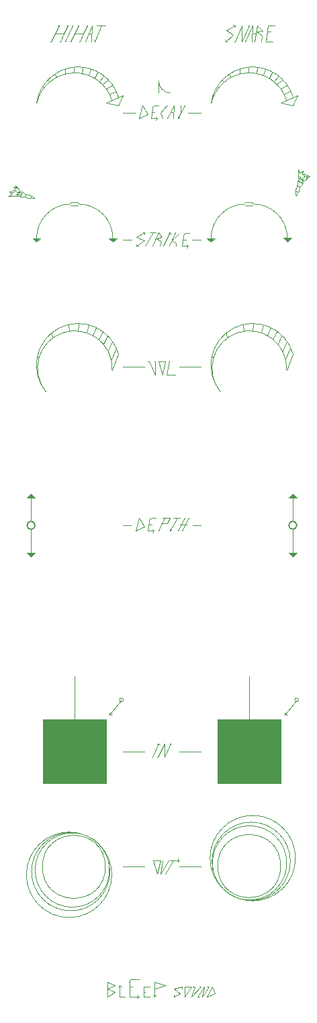
<source format=gto>
G04 #@! TF.GenerationSoftware,KiCad,Pcbnew,(5.1.9)-1*
G04 #@! TF.CreationDate,2021-10-23T20:17:55+01:00*
G04 #@! TF.ProjectId,Snare+Hihat,536e6172-652b-4486-9968-61742e6b6963,rev?*
G04 #@! TF.SameCoordinates,Original*
G04 #@! TF.FileFunction,Legend,Top*
G04 #@! TF.FilePolarity,Positive*
%FSLAX46Y46*%
G04 Gerber Fmt 4.6, Leading zero omitted, Abs format (unit mm)*
G04 Created by KiCad (PCBNEW (5.1.9)-1) date 2021-10-23 20:17:55*
%MOMM*%
%LPD*%
G01*
G04 APERTURE LIST*
%ADD10C,0.120000*%
%ADD11C,0.100000*%
%ADD12C,0.150000*%
%ADD13O,6.700000X4.200000*%
G04 APERTURE END LIST*
D10*
X141400000Y-90000000D02*
X142400000Y-90000000D01*
X133600000Y-90000000D02*
X132600000Y-90000000D01*
X137600000Y-89100000D02*
X138500000Y-89100000D01*
X134200000Y-90700000D02*
X135300000Y-90200000D01*
X137800000Y-89100000D02*
X137100000Y-90700000D01*
X138900000Y-89100000D02*
X139800000Y-89100000D01*
X136500000Y-90700000D02*
X136300000Y-90900000D01*
X136500000Y-90700000D02*
X136300000Y-90500000D01*
X136300000Y-89100000D02*
X136700000Y-89100000D01*
X135900000Y-89500000D02*
G75*
G02*
X136300000Y-89100000I400000J0D01*
G01*
X135900000Y-89500000D02*
X135700000Y-90700000D01*
X138200000Y-89700000D02*
X137400000Y-89700000D01*
X139400000Y-89100000D02*
X138500000Y-90700000D01*
X138500000Y-90700000D02*
X138500000Y-90500000D01*
X138500000Y-89100000D02*
X138200000Y-89700000D01*
X135300000Y-90200000D02*
X134600000Y-89100000D01*
X139800000Y-89900000D02*
X140600000Y-89900000D01*
X135900000Y-89900000D02*
X136200000Y-89900000D01*
X135700000Y-90700000D02*
X136400000Y-90700000D01*
X138500000Y-90700000D02*
X138700000Y-90600000D01*
X134600000Y-89100000D02*
X134200000Y-90700000D01*
X140900000Y-89100000D02*
X140000000Y-90700000D01*
X140400000Y-89100000D02*
X139500000Y-90700000D01*
D11*
G36*
X121500000Y-86500000D02*
G01*
X120500000Y-86500000D01*
X121000000Y-86000000D01*
X121500000Y-86500000D01*
G37*
X121500000Y-86500000D02*
X120500000Y-86500000D01*
X121000000Y-86000000D01*
X121500000Y-86500000D01*
D10*
X121000000Y-89500000D02*
X121000000Y-86500000D01*
X121000000Y-90500000D02*
X121000000Y-93500000D01*
D12*
X121500000Y-90000000D02*
G75*
G03*
X121500000Y-90000000I-500000J0D01*
G01*
D11*
G36*
X121000000Y-94000000D02*
G01*
X120500000Y-93500000D01*
X121500000Y-93500000D01*
X121000000Y-94000000D01*
G37*
X121000000Y-94000000D02*
X120500000Y-93500000D01*
X121500000Y-93500000D01*
X121000000Y-94000000D01*
G36*
X154000000Y-94000000D02*
G01*
X153500000Y-93500000D01*
X154500000Y-93500000D01*
X154000000Y-94000000D01*
G37*
X154000000Y-94000000D02*
X153500000Y-93500000D01*
X154500000Y-93500000D01*
X154000000Y-94000000D01*
G36*
X154500000Y-86500000D02*
G01*
X153500000Y-86500000D01*
X154000000Y-86000000D01*
X154500000Y-86500000D01*
G37*
X154500000Y-86500000D02*
X153500000Y-86500000D01*
X154000000Y-86000000D01*
X154500000Y-86500000D01*
D10*
X154000000Y-90500000D02*
X154000000Y-93500000D01*
X154000000Y-89500000D02*
X154000000Y-86500000D01*
D12*
X154500000Y-90000000D02*
G75*
G03*
X154500000Y-90000000I-500000J0D01*
G01*
D10*
X133700000Y-54000000D02*
X132600000Y-54000000D01*
X141300000Y-54000000D02*
X142400000Y-54000000D01*
X134200000Y-38000000D02*
X132600000Y-38000000D01*
X140800000Y-38000000D02*
X142400000Y-38000000D01*
X135300000Y-133000000D02*
X132600000Y-133000000D01*
X139700000Y-133000000D02*
X142400000Y-133000000D01*
X135300000Y-118500000D02*
X132600000Y-118500000D01*
X139700000Y-118500000D02*
X142400000Y-118500000D01*
X135300000Y-70000000D02*
X132600000Y-70000000D01*
X139700000Y-70000000D02*
X142400000Y-70000000D01*
X154000000Y-37100000D02*
X152500000Y-36700000D01*
X144600000Y-34900000D02*
X144500000Y-34800000D01*
X146000000Y-33200000D02*
X146200000Y-33500000D01*
X143700233Y-36802142D02*
G75*
G02*
X154016834Y-36000000I5245428J-719503D01*
G01*
X150300000Y-33300000D02*
X150500000Y-32500000D01*
X149400000Y-33000000D02*
X149500000Y-32300000D01*
X147300000Y-33100000D02*
X147300000Y-32500000D01*
X152700000Y-33900000D02*
X152000000Y-34400000D01*
X145300000Y-34100000D02*
X145100000Y-33900000D01*
X154600000Y-35800000D02*
X154000000Y-37100000D01*
X148400000Y-32900000D02*
X148400000Y-32300000D01*
X152500000Y-36700000D02*
X154600000Y-35800000D01*
X151000000Y-33600000D02*
X151400000Y-32900000D01*
X152500000Y-35000000D02*
X153200000Y-34500000D01*
X151600000Y-34000000D02*
X152100000Y-33400000D01*
X153700000Y-35300000D02*
X152900000Y-35600000D01*
X143723949Y-36805395D02*
G75*
G02*
X153200000Y-36400000I4792885J-1079638D01*
G01*
X121700233Y-36802142D02*
G75*
G02*
X132016834Y-36000000I5245428J-719503D01*
G01*
X124000000Y-33200000D02*
X124200000Y-33500000D01*
X128300000Y-33300000D02*
X128500000Y-32500000D01*
X132000000Y-37100000D02*
X130500000Y-36700000D01*
X122600000Y-34900000D02*
X122500000Y-34800000D01*
X127400000Y-33000000D02*
X127500000Y-32300000D01*
X130700000Y-33900000D02*
X130000000Y-34400000D01*
X123300000Y-34100000D02*
X123100000Y-33900000D01*
X132600000Y-35800000D02*
X132000000Y-37100000D01*
X126400000Y-32900000D02*
X126400000Y-32300000D01*
X129000000Y-33600000D02*
X129400000Y-32900000D01*
X130500000Y-35000000D02*
X131200000Y-34500000D01*
X130500000Y-36700000D02*
X132600000Y-35800000D01*
X129600000Y-34000000D02*
X130100000Y-33400000D01*
X125300000Y-33100000D02*
X125300000Y-32500000D01*
X131700000Y-35300000D02*
X130900000Y-35600000D01*
X121723949Y-36805395D02*
G75*
G02*
X131200000Y-36400000I4792885J-1079638D01*
G01*
X138600000Y-35500000D02*
G75*
G02*
X137100000Y-34000000I0J1500000D01*
G01*
X137100000Y-35500000D02*
X137100000Y-34000000D01*
X122889960Y-73180994D02*
G75*
G02*
X131216834Y-70385033I3626874J2995961D01*
G01*
X131100000Y-69100000D02*
X131700000Y-67600000D01*
X122900001Y-73200000D02*
G75*
G02*
X132016834Y-68385033I4045660J3378355D01*
G01*
X123700000Y-66400000D02*
X123600000Y-65800000D01*
X128800000Y-66000000D02*
X129200000Y-65100000D01*
X131200000Y-70400000D02*
X132016834Y-68385033D01*
X125700000Y-64700000D02*
X125800000Y-65500000D01*
X130700000Y-68000000D02*
X131200000Y-66800000D01*
X130100000Y-67100000D02*
X130600000Y-66100000D01*
X126900000Y-65500000D02*
X127000000Y-64600000D01*
X129500000Y-66500000D02*
X130000000Y-65600000D01*
X127983166Y-65714967D02*
X128300000Y-64800000D01*
X122000000Y-68800000D02*
X121800000Y-68700000D01*
D11*
G36*
X153320000Y-54290000D02*
G01*
X152820000Y-53790000D01*
X153820000Y-53790000D01*
X153320000Y-54290000D01*
G37*
X153320000Y-54290000D02*
X152820000Y-53790000D01*
X153820000Y-53790000D01*
X153320000Y-54290000D01*
D10*
X126000000Y-49700000D02*
X126900000Y-49700000D01*
X126900000Y-49500000D02*
G75*
G02*
X131313118Y-53798512I113118J-4298512D01*
G01*
D11*
G36*
X121700000Y-54300000D02*
G01*
X121200000Y-53800000D01*
X122200000Y-53800000D01*
X121700000Y-54300000D01*
G37*
X121700000Y-54300000D02*
X121200000Y-53800000D01*
X122200000Y-53800000D01*
X121700000Y-54300000D01*
D10*
X126000000Y-49300000D02*
X126900000Y-49300000D01*
D11*
G36*
X131320000Y-54300000D02*
G01*
X130820000Y-53800000D01*
X131820000Y-53800000D01*
X131320000Y-54300000D01*
G37*
X131320000Y-54300000D02*
X130820000Y-53800000D01*
X131820000Y-53800000D01*
X131320000Y-54300000D01*
D10*
X121701488Y-53913118D02*
G75*
G02*
X126000000Y-49500000I4298512J113118D01*
G01*
X148000000Y-49300000D02*
X148900000Y-49300000D01*
X148000000Y-49700000D02*
X148900000Y-49700000D01*
X148900000Y-49500000D02*
G75*
G02*
X153313118Y-53800000I113118J-4298512D01*
G01*
X143701488Y-53913118D02*
G75*
G02*
X148000000Y-49500000I4298512J113118D01*
G01*
D11*
G36*
X143700000Y-54300000D02*
G01*
X143200000Y-53800000D01*
X144200000Y-53800000D01*
X143700000Y-54300000D01*
G37*
X143700000Y-54300000D02*
X143200000Y-53800000D01*
X144200000Y-53800000D01*
X143700000Y-54300000D01*
D10*
X121389271Y-48770418D02*
X121425758Y-48760618D01*
X120300758Y-48310618D02*
X120200758Y-48610618D01*
X121425758Y-48735618D02*
X121400757Y-48710619D01*
X119500758Y-48110618D02*
X119200758Y-48010618D01*
X118800758Y-48010618D02*
X118700758Y-47710618D01*
X119900758Y-47910618D02*
X120300758Y-48310618D01*
X119600758Y-48610618D02*
X119900758Y-47910618D01*
X121396965Y-48797347D02*
G75*
G02*
X120200758Y-48610618I-396208J1386728D01*
G01*
X119100758Y-47510618D02*
X119000758Y-47110618D01*
X119700758Y-48110618D02*
X119400758Y-47810618D01*
X118100758Y-48510618D02*
X118600758Y-48310618D01*
X119200758Y-48010618D02*
X119400758Y-48210618D01*
X120966896Y-48819083D02*
G75*
G02*
X121000758Y-48510618I433861J108464D01*
G01*
X118600758Y-48310618D02*
X118300758Y-47910618D01*
X119000758Y-48310618D02*
X119600758Y-48310618D01*
X118700758Y-47710618D02*
X119100758Y-47810618D01*
X119400758Y-47810618D02*
X119500758Y-48110618D01*
X119500758Y-48510618D02*
X118100758Y-48510618D01*
X119000758Y-47110618D02*
X119700758Y-47910618D01*
X118300758Y-47910618D02*
X118800758Y-48010618D01*
X119400758Y-48210618D02*
X119000758Y-48310618D01*
X118800758Y-47310618D02*
X119100758Y-47510618D01*
X119100758Y-47810618D02*
X118800758Y-47310618D01*
X120200758Y-48610618D02*
X119600758Y-48610618D01*
X120300000Y-48300000D02*
G75*
G02*
X121400757Y-48710619I100758J-1410618D01*
G01*
X154429582Y-48389271D02*
X154439382Y-48425758D01*
X154889382Y-47300758D02*
X154589382Y-47200758D01*
X154464382Y-48425758D02*
X154489381Y-48400757D01*
X155089382Y-46500758D02*
X155189382Y-46200758D01*
X155189382Y-45800758D02*
X155489382Y-45700758D01*
X155289382Y-46900758D02*
X154889382Y-47300758D01*
X154589382Y-46600758D02*
X155289382Y-46900758D01*
X154402653Y-48396965D02*
G75*
G02*
X154589382Y-47200758I1386728J396208D01*
G01*
X155689382Y-46100758D02*
X156089382Y-46000758D01*
X155089382Y-46700758D02*
X155389382Y-46400758D01*
X154689382Y-45100758D02*
X154889382Y-45600758D01*
X155189382Y-46200758D02*
X154989382Y-46400758D01*
X154380917Y-47966896D02*
G75*
G02*
X154689382Y-48000758I108464J-433861D01*
G01*
X154889382Y-45600758D02*
X155289382Y-45300758D01*
X154889382Y-46000758D02*
X154889382Y-46600758D01*
X155489382Y-45700758D02*
X155389382Y-46100758D01*
X155389382Y-46400758D02*
X155089382Y-46500758D01*
X154689382Y-46500758D02*
X154689382Y-45100758D01*
X156089382Y-46000758D02*
X155289382Y-46700758D01*
X155289382Y-45300758D02*
X155189382Y-45800758D01*
X154989382Y-46400758D02*
X154889382Y-46000758D01*
X155889382Y-45800758D02*
X155689382Y-46100758D01*
X155389382Y-46100758D02*
X155889382Y-45800758D01*
X154589382Y-47200758D02*
X154589382Y-46600758D01*
X154900000Y-47300000D02*
G75*
G02*
X154489381Y-48400757I-1410618J-100758D01*
G01*
X139900000Y-38000000D02*
X139500000Y-38700000D01*
X139000000Y-37100000D02*
X138200000Y-38700000D01*
X136300000Y-37900000D02*
X136600000Y-37900000D01*
X136900000Y-38700000D02*
X136700000Y-38900000D01*
X139000000Y-37100000D02*
X138900000Y-38700000D01*
X136300000Y-37500000D02*
X136100000Y-38700000D01*
X136700000Y-37100000D02*
X137100000Y-37100000D01*
X138900000Y-37900000D02*
X138600000Y-37900000D01*
X136900000Y-38700000D02*
X136700000Y-38500000D01*
X136100000Y-38700000D02*
X136800000Y-38700000D01*
X136300000Y-37500000D02*
G75*
G02*
X136700000Y-37100000I400000J0D01*
G01*
X139500000Y-38700000D02*
X139700000Y-38600000D01*
X139500000Y-38700000D02*
X139500000Y-38500000D01*
X138100000Y-37100000D02*
X138200000Y-37200000D01*
X139900000Y-38000000D02*
X140400000Y-37100000D01*
X135700000Y-38200000D02*
X135000000Y-37100000D01*
X135000000Y-37100000D02*
X134600000Y-38700000D01*
X137300000Y-38000000D02*
X137600000Y-38700000D01*
X134600000Y-38700000D02*
X135700000Y-38200000D01*
X139900000Y-38000000D02*
X139900000Y-37100000D01*
X138100000Y-37100000D02*
X137300000Y-38000000D01*
X137600000Y-38700000D02*
X137700000Y-38600000D01*
X140800000Y-54800000D02*
X140600000Y-54600000D01*
X139300000Y-54400000D02*
X139300000Y-54800000D01*
X138800000Y-54100000D02*
X139300000Y-54400000D01*
X138500000Y-53100000D02*
X138600000Y-53300000D01*
X138400000Y-54800000D02*
X139200000Y-53100000D01*
X138500000Y-53100000D02*
X138300000Y-53200000D01*
X138800000Y-54100000D02*
X139700000Y-53200000D01*
X140200000Y-53600000D02*
X140000000Y-54800000D01*
X140600000Y-53200000D02*
X141000000Y-53200000D01*
X140000000Y-54800000D02*
X140700000Y-54800000D01*
X140200000Y-54000000D02*
X140500000Y-54000000D01*
X140800000Y-54800000D02*
X140600000Y-55000000D01*
X140200000Y-53600000D02*
G75*
G02*
X140600000Y-53200000I400000J0D01*
G01*
X137700000Y-54800000D02*
X138500000Y-53100000D01*
X136800000Y-53800000D02*
X137400000Y-54300000D01*
X135300000Y-53100000D02*
X135100000Y-53100000D01*
X137100000Y-53100000D02*
X136300000Y-54800000D01*
X136000000Y-53100000D02*
X136700000Y-53100000D01*
X137100000Y-53100000D02*
X137500000Y-53700000D01*
X137400000Y-54300000D02*
X137200000Y-54800000D01*
X137500000Y-53700000D02*
X136800000Y-53800000D01*
X134300000Y-53700000D02*
X135300000Y-54100000D01*
X136400000Y-53100000D02*
X135400000Y-54800000D01*
X134300000Y-54800000D02*
X134500000Y-54800000D01*
X134300000Y-54800000D02*
X134300000Y-54600000D01*
X135300000Y-53100000D02*
X134300000Y-53700000D01*
X135300000Y-54100000D02*
X134300000Y-54800000D01*
X135300000Y-53100000D02*
X135300000Y-53300000D01*
X138600000Y-117500000D02*
X138500000Y-117500000D01*
X136300000Y-119200000D02*
X137100000Y-117500000D01*
X137800000Y-119200000D02*
X138600000Y-117500000D01*
X137100000Y-117500000D02*
X137200000Y-117700000D01*
X137800000Y-117500000D02*
X137800000Y-119200000D01*
X137000000Y-119200000D02*
X136900000Y-119200000D01*
X137000000Y-119200000D02*
X137800000Y-117500000D01*
X137100000Y-117500000D02*
X136900000Y-117600000D01*
X139600000Y-132200000D02*
X139500000Y-132400000D01*
X139600000Y-132200000D02*
X139500000Y-132000000D01*
X139200000Y-132200000D02*
X139600000Y-132200000D01*
X153000000Y-113900000D02*
X153000000Y-113600000D01*
X153000000Y-113900000D02*
X153300000Y-113900000D01*
X154500000Y-112000000D02*
X153000000Y-113900000D01*
X154750000Y-112000000D02*
G75*
G03*
X154750000Y-112000000I-250000J0D01*
G01*
X130900000Y-113900000D02*
X130900000Y-113600000D01*
X130900000Y-113900000D02*
X131200000Y-113900000D01*
X132400000Y-112000000D02*
X130900000Y-113900000D01*
X132650000Y-112000000D02*
G75*
G03*
X132650000Y-112000000I-250000J0D01*
G01*
X153689636Y-132350000D02*
G75*
G03*
X153689636Y-132350000I-4939636J0D01*
G01*
X154335165Y-131950000D02*
G75*
G03*
X154335165Y-131950000I-5385165J0D01*
G01*
X152469887Y-132950000D02*
G75*
G03*
X152469887Y-132950000I-3969887J0D01*
G01*
X153236150Y-132550000D02*
G75*
G03*
X153236150Y-132550000I-4686150J0D01*
G01*
X130939636Y-133650000D02*
G75*
G03*
X130939636Y-133650000I-4939636J0D01*
G01*
X131185165Y-134050000D02*
G75*
G03*
X131185165Y-134050000I-5385165J0D01*
G01*
X130369887Y-133050000D02*
G75*
G03*
X130369887Y-133050000I-3969887J0D01*
G01*
X130886150Y-133450000D02*
G75*
G03*
X130886150Y-133450000I-4686150J0D01*
G01*
X138900000Y-132200000D02*
X137900000Y-133900000D01*
X137300000Y-132200000D02*
X136900000Y-133900000D01*
X137300000Y-133900000D02*
X138300000Y-132200000D01*
X137600000Y-132200000D02*
X137300000Y-133900000D01*
X136400000Y-132200000D02*
X137300000Y-132200000D01*
X136900000Y-133900000D02*
X136400000Y-132200000D01*
X138500000Y-132200000D02*
X139200000Y-132200000D01*
D11*
G36*
X152500000Y-122500000D02*
G01*
X144500000Y-122500000D01*
X144500000Y-114500000D01*
X152500000Y-114500000D01*
X152500000Y-122500000D01*
G37*
X152500000Y-122500000D02*
X144500000Y-122500000D01*
X144500000Y-114500000D01*
X152500000Y-114500000D01*
X152500000Y-122500000D01*
G36*
X130500000Y-122500000D02*
G01*
X122500000Y-122500000D01*
X122500000Y-114500000D01*
X130500000Y-114500000D01*
X130500000Y-122500000D01*
G37*
X130500000Y-122500000D02*
X122500000Y-122500000D01*
X122500000Y-114500000D01*
X130500000Y-114500000D01*
X130500000Y-122500000D01*
D10*
X146700000Y-29000000D02*
X146600000Y-29000000D01*
X147600000Y-27000000D02*
X146700000Y-29000000D01*
X146500000Y-28200000D02*
X145500000Y-29000000D01*
X147600000Y-27000000D02*
X147600000Y-29000000D01*
X148900000Y-27000000D02*
X148000000Y-29000000D01*
X150600000Y-29000000D02*
X150900000Y-27000000D01*
X150600000Y-29000000D02*
X151500000Y-29000000D01*
X149500000Y-27000000D02*
X149200000Y-29000000D01*
X145500000Y-29000000D02*
X145500000Y-28800000D01*
X145500000Y-29000000D02*
X145700000Y-29000000D01*
X145600000Y-27600000D02*
X146500000Y-28200000D01*
X149300000Y-28000000D02*
X149000000Y-28000000D01*
X148900000Y-27000000D02*
X148800000Y-29000000D01*
X146700000Y-27000000D02*
X146500000Y-26900000D01*
X146700000Y-27000000D02*
X146700000Y-27200000D01*
X146700000Y-27000000D02*
X145600000Y-27600000D01*
X148500000Y-27000000D02*
X148400000Y-27000000D01*
X148500000Y-27000000D02*
X147600000Y-29000000D01*
X149400000Y-27800000D02*
X150100000Y-28300000D01*
X150900000Y-27000000D02*
X151700000Y-27000000D01*
X149500000Y-27000000D02*
X150200000Y-27700000D01*
X150100000Y-28300000D02*
X150000000Y-29000000D01*
X150200000Y-27700000D02*
X149400000Y-27800000D01*
X150800000Y-27800000D02*
X151200000Y-27800000D01*
X129000000Y-29000000D02*
X128900000Y-28800000D01*
X129000000Y-29000000D02*
X129200000Y-28900000D01*
X129900000Y-27000000D02*
X129300000Y-27000000D01*
X128600000Y-28000000D02*
X128300000Y-28000000D01*
X126200000Y-27000000D02*
X125300000Y-29000000D01*
X128700000Y-27000000D02*
X127800000Y-29000000D01*
X127600000Y-28000000D02*
X128100000Y-27000000D01*
X125100000Y-28000000D02*
X125600000Y-27000000D01*
X123500000Y-29000000D02*
X123400000Y-29000000D01*
X127000000Y-27000000D02*
X126900000Y-27000000D01*
X127200000Y-29000000D02*
X127100000Y-29000000D01*
X128100000Y-27000000D02*
X128000000Y-27000000D01*
X124500000Y-27000000D02*
X124400000Y-27000000D01*
X124000000Y-28000000D02*
X125100000Y-28000000D01*
X127600000Y-28000000D02*
X127200000Y-29000000D01*
X125600000Y-27000000D02*
X125500000Y-27000000D01*
X124500000Y-27000000D02*
X123500000Y-29000000D01*
X129900000Y-27000000D02*
X130400000Y-27000000D01*
X126000000Y-29000000D02*
X125900000Y-29000000D01*
X126500000Y-28000000D02*
X127600000Y-28000000D01*
X127000000Y-27000000D02*
X126000000Y-29000000D01*
X129900000Y-27000000D02*
X129000000Y-29000000D01*
X128700000Y-27000000D02*
X128600000Y-29000000D01*
X124700000Y-29000000D02*
X124600000Y-29000000D01*
X125100000Y-28000000D02*
X124700000Y-29000000D01*
X126500000Y-115250000D02*
X126500000Y-109000000D01*
X148500000Y-115250000D02*
X148500000Y-109000000D01*
X138450000Y-69300000D02*
X138350000Y-69300000D01*
X138050000Y-71000000D02*
X139150000Y-71000000D01*
X138450000Y-69300000D02*
X138050000Y-71000000D01*
X137550000Y-71000000D02*
X137050000Y-69300000D01*
X137950000Y-69300000D02*
X137550000Y-71000000D01*
X137050000Y-69300000D02*
X137950000Y-69300000D01*
X135850000Y-69300000D02*
X135750000Y-69300000D01*
X136650000Y-69300000D02*
X136550000Y-69300000D01*
X136650000Y-71000000D02*
X136650000Y-69300000D01*
X135850000Y-69300000D02*
X136650000Y-71000000D01*
X145700000Y-66400000D02*
X145600000Y-65800000D01*
X144000000Y-68800000D02*
X143800000Y-68700000D01*
X147700000Y-64700000D02*
X147800000Y-65500000D01*
X149983166Y-65714967D02*
X150300000Y-64800000D01*
X151500000Y-66500000D02*
X152000000Y-65600000D01*
X148900000Y-65500000D02*
X149000000Y-64600000D01*
X152100000Y-67100000D02*
X152600000Y-66100000D01*
X152700000Y-68000000D02*
X153200000Y-66800000D01*
X153200000Y-70400000D02*
X154016834Y-68385033D01*
X150800000Y-66000000D02*
X151200000Y-65100000D01*
X144889960Y-73180994D02*
G75*
G02*
X153216834Y-70385033I3626874J2995961D01*
G01*
X144900001Y-73200000D02*
G75*
G02*
X154016834Y-68385033I4045660J3378355D01*
G01*
X153100000Y-69100000D02*
X153700000Y-67600000D01*
X143400000Y-148200000D02*
X143200000Y-148200000D01*
X142000000Y-149400000D02*
X142200000Y-149400000D01*
X142400000Y-148200000D02*
X142200000Y-148200000D01*
X141600000Y-148200000D02*
X141400000Y-148200000D01*
X143800000Y-148200000D02*
X144200000Y-149000000D01*
X143200000Y-149400000D02*
X144200000Y-149000000D01*
X143800000Y-148200000D02*
X143200000Y-149400000D01*
X142600000Y-149400000D02*
X143400000Y-148200000D01*
X142800000Y-148200000D02*
X142600000Y-149400000D01*
X142800000Y-148200000D02*
X142000000Y-149400000D01*
X141200000Y-149400000D02*
X142400000Y-148200000D01*
X141600000Y-148200000D02*
X141200000Y-149400000D01*
X141200000Y-148200000D02*
X140400000Y-148200000D01*
X140400000Y-149400000D02*
X141200000Y-148200000D01*
X140400000Y-148200000D02*
X140400000Y-149400000D01*
X140000000Y-148200000D02*
X140000000Y-148400000D01*
X139000000Y-149400000D02*
X139000000Y-149200000D01*
X139800000Y-149000000D02*
X139000000Y-149400000D01*
X139000000Y-148400000D02*
X139800000Y-149000000D01*
X140000000Y-148200000D02*
X139000000Y-148400000D01*
X134600000Y-149400000D02*
X134400000Y-149600000D01*
X134600000Y-149400000D02*
X134400000Y-149200000D01*
X133400000Y-147600000D02*
G75*
G02*
X133800000Y-147200000I400000J0D01*
G01*
X132200000Y-148000000D02*
X132400000Y-148200000D01*
X132200000Y-148000000D02*
X132000000Y-148200000D01*
X136600000Y-149400000D02*
X136800000Y-149200000D01*
X136400000Y-149200000D02*
X136600000Y-149400000D01*
X138000000Y-148000000D02*
X136600000Y-148400000D01*
X136600000Y-147600000D02*
X138000000Y-148000000D01*
X136600000Y-149400000D02*
X136600000Y-149200000D01*
X136600000Y-147600000D02*
X136600000Y-149400000D01*
X135200000Y-148200000D02*
X136000000Y-148200000D01*
X135200000Y-148800000D02*
X135400000Y-148800000D01*
X135200000Y-149400000D02*
X136000000Y-149400000D01*
X135200000Y-148200000D02*
X135200000Y-149400000D01*
X133800000Y-147200000D02*
X134600000Y-147200000D01*
X133400000Y-148200000D02*
X133800000Y-148200000D01*
X133400000Y-149400000D02*
X134600000Y-149400000D01*
X133400000Y-147600000D02*
X133400000Y-149400000D01*
X132200000Y-149400000D02*
X132800000Y-149400000D01*
X132200000Y-148000000D02*
X132200000Y-149400000D01*
X131600000Y-148000000D02*
X130600000Y-147600000D01*
X130600000Y-148400000D02*
X131600000Y-148000000D01*
X131600000Y-148800000D02*
X130600000Y-148400000D01*
X130600000Y-149400000D02*
X131600000Y-148800000D01*
X130600000Y-147600000D02*
X130600000Y-149400000D01*
%LPC*%
D11*
G36*
X151000000Y-109000000D02*
G01*
X146000000Y-109000000D01*
X146000000Y-104000000D01*
X151000000Y-104000000D01*
X151000000Y-109000000D01*
G37*
X151000000Y-109000000D02*
X146000000Y-109000000D01*
X146000000Y-104000000D01*
X151000000Y-104000000D01*
X151000000Y-109000000D01*
G36*
X129000000Y-109000000D02*
G01*
X124000000Y-109000000D01*
X124000000Y-104000000D01*
X129000000Y-104000000D01*
X129000000Y-109000000D01*
G37*
X129000000Y-109000000D02*
X124000000Y-109000000D01*
X124000000Y-104000000D01*
X129000000Y-104000000D01*
X129000000Y-109000000D01*
D13*
X148500000Y-22500000D03*
X127000000Y-22500000D03*
X126500000Y-149500000D03*
X148500000Y-149500000D03*
M02*

</source>
